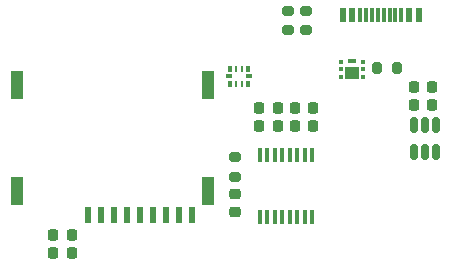
<source format=gbr>
%TF.GenerationSoftware,KiCad,Pcbnew,(6.0.11)*%
%TF.CreationDate,2023-04-24T21:00:32-04:00*%
%TF.ProjectId,GC Nano Top,4743204e-616e-46f2-9054-6f702e6b6963,rev?*%
%TF.SameCoordinates,Original*%
%TF.FileFunction,Paste,Top*%
%TF.FilePolarity,Positive*%
%FSLAX46Y46*%
G04 Gerber Fmt 4.6, Leading zero omitted, Abs format (unit mm)*
G04 Created by KiCad (PCBNEW (6.0.11)) date 2023-04-24 21:00:32*
%MOMM*%
%LPD*%
G01*
G04 APERTURE LIST*
G04 Aperture macros list*
%AMRoundRect*
0 Rectangle with rounded corners*
0 $1 Rounding radius*
0 $2 $3 $4 $5 $6 $7 $8 $9 X,Y pos of 4 corners*
0 Add a 4 corners polygon primitive as box body*
4,1,4,$2,$3,$4,$5,$6,$7,$8,$9,$2,$3,0*
0 Add four circle primitives for the rounded corners*
1,1,$1+$1,$2,$3*
1,1,$1+$1,$4,$5*
1,1,$1+$1,$6,$7*
1,1,$1+$1,$8,$9*
0 Add four rect primitives between the rounded corners*
20,1,$1+$1,$2,$3,$4,$5,0*
20,1,$1+$1,$4,$5,$6,$7,0*
20,1,$1+$1,$6,$7,$8,$9,0*
20,1,$1+$1,$8,$9,$2,$3,0*%
G04 Aperture macros list end*
%ADD10RoundRect,0.225000X0.225000X0.250000X-0.225000X0.250000X-0.225000X-0.250000X0.225000X-0.250000X0*%
%ADD11RoundRect,0.225000X-0.225000X-0.250000X0.225000X-0.250000X0.225000X0.250000X-0.225000X0.250000X0*%
%ADD12RoundRect,0.200000X-0.275000X0.200000X-0.275000X-0.200000X0.275000X-0.200000X0.275000X0.200000X0*%
%ADD13RoundRect,0.200000X-0.200000X-0.275000X0.200000X-0.275000X0.200000X0.275000X-0.200000X0.275000X0*%
%ADD14RoundRect,0.218750X0.256250X-0.218750X0.256250X0.218750X-0.256250X0.218750X-0.256250X-0.218750X0*%
%ADD15R,0.400000X1.200000*%
%ADD16RoundRect,0.150000X0.150000X-0.512500X0.150000X0.512500X-0.150000X0.512500X-0.150000X-0.512500X0*%
%ADD17R,0.609600X1.143000*%
%ADD18R,0.304800X1.143000*%
%ADD19R,0.400000X0.350000*%
%ADD20R,1.200000X1.100000*%
%ADD21R,0.800000X0.460000*%
%ADD22R,0.300000X0.530000*%
%ADD23R,0.250000X0.530000*%
%ADD24R,0.630000X0.350000*%
%ADD25R,0.620000X1.400000*%
%ADD26R,1.100000X2.400000*%
G04 APERTURE END LIST*
D10*
%TO.C,C8*%
X147900000Y-59700000D03*
X146350000Y-59700000D03*
%TD*%
D11*
%TO.C,C4*%
X176875000Y-48650000D03*
X178425000Y-48650000D03*
%TD*%
%TO.C,C5*%
X166825000Y-48925000D03*
X168375000Y-48925000D03*
%TD*%
D12*
%TO.C,R3*%
X161725000Y-53125000D03*
X161725000Y-54775000D03*
%TD*%
D10*
%TO.C,C3*%
X165350000Y-48925000D03*
X163800000Y-48925000D03*
%TD*%
D13*
%TO.C,R4*%
X173800000Y-45575000D03*
X175450000Y-45575000D03*
%TD*%
D14*
%TO.C,D1*%
X161725000Y-57762500D03*
X161725000Y-56187500D03*
%TD*%
D15*
%TO.C,U1*%
X163852500Y-58150000D03*
X164487500Y-58150000D03*
X165122500Y-58150000D03*
X165757500Y-58150000D03*
X166392500Y-58150000D03*
X167027500Y-58150000D03*
X167662500Y-58150000D03*
X168297500Y-58150000D03*
X168297500Y-52950000D03*
X167662500Y-52950000D03*
X167027500Y-52950000D03*
X166392500Y-52950000D03*
X165757500Y-52950000D03*
X165122500Y-52950000D03*
X164487500Y-52950000D03*
X163852500Y-52950000D03*
%TD*%
D10*
%TO.C,C7*%
X147900000Y-61225000D03*
X146350000Y-61225000D03*
%TD*%
D12*
%TO.C,R1*%
X166250000Y-40725000D03*
X166250000Y-42375000D03*
%TD*%
D16*
%TO.C,U2*%
X176875000Y-52662500D03*
X177825000Y-52662500D03*
X178775000Y-52662500D03*
X178775000Y-50387500D03*
X177825000Y-50387500D03*
X176875000Y-50387500D03*
%TD*%
D11*
%TO.C,C2*%
X176875000Y-47150000D03*
X178425000Y-47150000D03*
%TD*%
D17*
%TO.C,J1*%
X177275001Y-41028199D03*
X176475000Y-41028199D03*
D18*
X175325000Y-41028199D03*
X174325000Y-41028199D03*
X173825000Y-41028199D03*
X172825000Y-41028199D03*
D17*
X170875001Y-41028199D03*
X171675000Y-41028199D03*
D18*
X172324940Y-41028199D03*
X173324941Y-41028199D03*
X174824940Y-41028199D03*
X175824941Y-41028199D03*
%TD*%
D10*
%TO.C,C1*%
X165350000Y-50425000D03*
X163800000Y-50425000D03*
%TD*%
D19*
%TO.C,Q1*%
X172600000Y-46325000D03*
X172600000Y-45675000D03*
X172600000Y-45025000D03*
X170700000Y-45025000D03*
X170700000Y-45675000D03*
X170700000Y-46325000D03*
D20*
X171650000Y-45950000D03*
D21*
X171650000Y-44960000D03*
%TD*%
D22*
%TO.C,U3*%
X162825000Y-45600000D03*
D23*
X162325000Y-45600000D03*
X161825000Y-45600000D03*
D22*
X161325000Y-45600000D03*
D24*
X161235000Y-46240000D03*
D22*
X161325000Y-46880000D03*
D23*
X161825000Y-46880000D03*
X162325000Y-46880000D03*
D22*
X162825000Y-46880000D03*
D24*
X162915000Y-46240000D03*
%TD*%
D12*
%TO.C,R2*%
X167750000Y-40725000D03*
X167750000Y-42375000D03*
%TD*%
D11*
%TO.C,C6*%
X166825000Y-50425000D03*
X168375000Y-50425000D03*
%TD*%
D25*
%TO.C,J2*%
X149270000Y-57970000D03*
X150370000Y-57970000D03*
X151470000Y-57970000D03*
X152570000Y-57970000D03*
X153670000Y-57970000D03*
X154770000Y-57970000D03*
X155870000Y-57970000D03*
X156970000Y-57970000D03*
X158070000Y-57970000D03*
D26*
X159450000Y-46970000D03*
X159450000Y-55970000D03*
X143300000Y-55970000D03*
X143300000Y-46970000D03*
%TD*%
M02*

</source>
